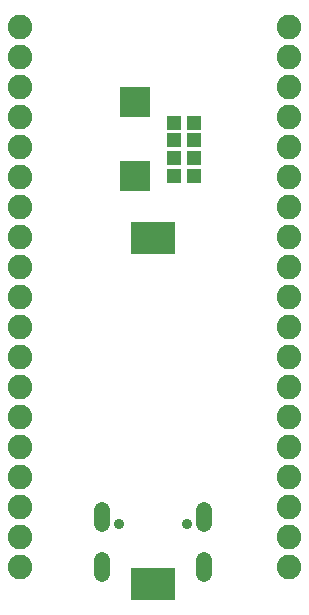
<source format=gbr>
G04 EAGLE Gerber RS-274X export*
G75*
%MOMM*%
%FSLAX34Y34*%
%LPD*%
%INSoldermask Bottom*%
%IPPOS*%
%AMOC8*
5,1,8,0,0,1.08239X$1,22.5*%
G01*
%ADD10C,2.082800*%
%ADD11R,2.606800X2.571200*%
%ADD12R,1.303200X1.203200*%
%ADD13C,1.361200*%
%ADD14C,0.903200*%
%ADD15R,3.803200X2.803200*%


D10*
X10000Y29000D03*
X10000Y54400D03*
X10000Y79800D03*
X10000Y105200D03*
X10000Y130600D03*
X10000Y156000D03*
X10000Y181400D03*
X10000Y206800D03*
X10000Y232200D03*
X10000Y257600D03*
X10000Y283000D03*
X10000Y308400D03*
X10000Y333800D03*
X10000Y359200D03*
X10000Y384600D03*
X10000Y410000D03*
X10000Y435400D03*
X10000Y460800D03*
X10000Y486200D03*
X238300Y29000D03*
X238300Y54400D03*
X238300Y79800D03*
X238300Y105200D03*
X238300Y130600D03*
X238300Y156000D03*
X238300Y181400D03*
X238300Y206800D03*
X238300Y232200D03*
X238300Y257600D03*
X238300Y283000D03*
X238300Y308400D03*
X238300Y333800D03*
X238300Y359200D03*
X238300Y384600D03*
X238300Y410000D03*
X238300Y435400D03*
X238300Y460800D03*
X238300Y486200D03*
D11*
X107788Y359788D03*
X107788Y422212D03*
D12*
X140500Y390000D03*
X157500Y390000D03*
X140500Y405000D03*
X157500Y405000D03*
X140500Y360000D03*
X157500Y360000D03*
X140500Y375000D03*
X157500Y375000D03*
D13*
X79800Y76590D02*
X79800Y65010D01*
X166200Y65010D02*
X166200Y76590D01*
X79800Y34790D02*
X79800Y23210D01*
X166200Y23210D02*
X166200Y34790D01*
D14*
X94100Y65500D03*
X151900Y65500D03*
D15*
X123000Y14500D03*
X123000Y307500D03*
M02*

</source>
